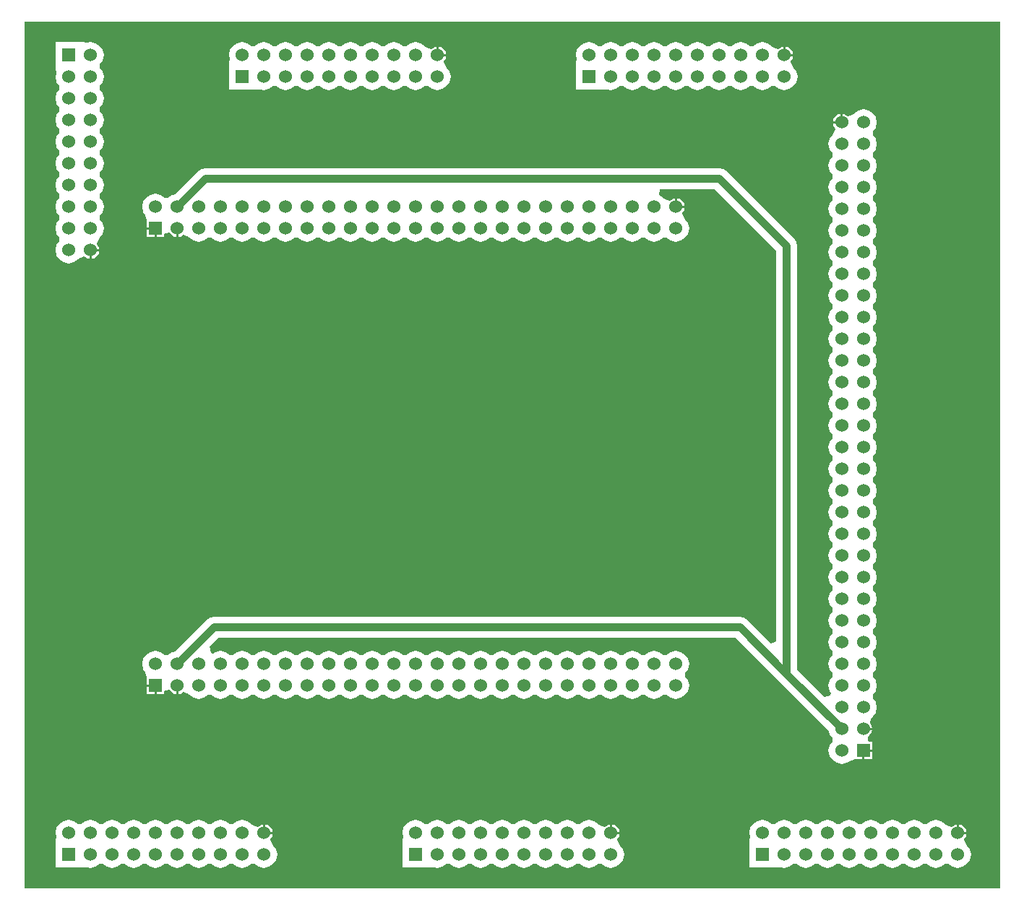
<source format=gtl>
G04 Layer_Physical_Order=1*
G04 Layer_Color=255*
%FSLAX25Y25*%
%MOIN*%
G70*
G01*
G75*
%ADD10C,0.03500*%
%ADD11C,0.01200*%
%ADD12R,0.06000X0.06000*%
%ADD13C,0.06000*%
%ADD14R,0.06000X0.06000*%
G36*
X550000Y100000D02*
X100000D01*
Y500000D01*
X550000D01*
Y100000D01*
D02*
G37*
%LPC*%
G36*
X520500Y131618D02*
X518159Y131152D01*
X516174Y129826D01*
X514826D01*
X512841Y131152D01*
X510500Y131618D01*
X508159Y131152D01*
X506174Y129826D01*
X504826D01*
X502841Y131152D01*
X500500Y131618D01*
X498159Y131152D01*
X496174Y129826D01*
X494826D01*
X492841Y131152D01*
X490500Y131618D01*
X488159Y131152D01*
X486174Y129826D01*
X484826D01*
X482841Y131152D01*
X480500Y131618D01*
X478159Y131152D01*
X476174Y129826D01*
X474826D01*
X472841Y131152D01*
X470500Y131618D01*
X468159Y131152D01*
X466174Y129826D01*
X464826D01*
X462841Y131152D01*
X460500Y131618D01*
X458159Y131152D01*
X456174Y129826D01*
X454826D01*
X452841Y131152D01*
X450500Y131618D01*
X448159Y131152D01*
X446174Y129826D01*
X444826D01*
X442841Y131152D01*
X440500Y131618D01*
X438159Y131152D01*
X436174Y129826D01*
X434848Y127841D01*
X434382Y125500D01*
X434681Y124000D01*
X434500Y121500D01*
X434500Y121500D01*
X434500Y121500D01*
Y109500D01*
X446500D01*
X446500Y109500D01*
X449000Y109681D01*
X450500Y109382D01*
X452841Y109848D01*
X454826Y111174D01*
X456174D01*
X458159Y109848D01*
X460500Y109382D01*
X462841Y109848D01*
X464826Y111174D01*
X466174D01*
X468159Y109848D01*
X470500Y109382D01*
X472841Y109848D01*
X474826Y111174D01*
X476174D01*
X478159Y109848D01*
X480500Y109382D01*
X482841Y109848D01*
X484826Y111174D01*
X486174D01*
X488159Y109848D01*
X490500Y109382D01*
X492841Y109848D01*
X494826Y111174D01*
X496174D01*
X498159Y109848D01*
X500500Y109382D01*
X502841Y109848D01*
X504826Y111174D01*
X506174D01*
X508159Y109848D01*
X510500Y109382D01*
X512841Y109848D01*
X514826Y111174D01*
X516174D01*
X518159Y109848D01*
X520500Y109382D01*
X522841Y109848D01*
X524826Y111174D01*
X526174D01*
X528159Y109848D01*
X530500Y109382D01*
X532841Y109848D01*
X534826Y111174D01*
X536152Y113159D01*
X536618Y115500D01*
X536152Y117841D01*
X534826Y119826D01*
X534267Y120199D01*
X533443Y122453D01*
X533823Y123274D01*
X534268Y123939D01*
X534479Y125000D01*
X530500D01*
Y125500D01*
X530000D01*
Y129479D01*
X528939Y129268D01*
X528274Y128823D01*
X527453Y128443D01*
X525199Y129267D01*
X524826Y129826D01*
X522841Y131152D01*
X520500Y131618D01*
D02*
G37*
G36*
X360500D02*
X358159Y131152D01*
X356174Y129826D01*
X354826D01*
X352841Y131152D01*
X350500Y131618D01*
X348159Y131152D01*
X346174Y129826D01*
X344826D01*
X342841Y131152D01*
X340500Y131618D01*
X338159Y131152D01*
X336174Y129826D01*
X334826D01*
X332841Y131152D01*
X330500Y131618D01*
X328159Y131152D01*
X326174Y129826D01*
X324826D01*
X322841Y131152D01*
X320500Y131618D01*
X318159Y131152D01*
X316174Y129826D01*
X314826D01*
X312841Y131152D01*
X310500Y131618D01*
X308159Y131152D01*
X306174Y129826D01*
X304826D01*
X302841Y131152D01*
X300500Y131618D01*
X298159Y131152D01*
X296174Y129826D01*
X294826D01*
X292841Y131152D01*
X290500Y131618D01*
X288159Y131152D01*
X286174Y129826D01*
X284826D01*
X282841Y131152D01*
X280500Y131618D01*
X278159Y131152D01*
X276174Y129826D01*
X274848Y127841D01*
X274382Y125500D01*
X274681Y124000D01*
X274500Y121500D01*
X274500Y121500D01*
X274500Y121500D01*
Y109500D01*
X286500D01*
X286500Y109500D01*
X289000Y109681D01*
X290500Y109382D01*
X292841Y109848D01*
X294826Y111174D01*
X296174D01*
X298159Y109848D01*
X300500Y109382D01*
X302841Y109848D01*
X304826Y111174D01*
X306174D01*
X308159Y109848D01*
X310500Y109382D01*
X312841Y109848D01*
X314826Y111174D01*
X316174D01*
X318159Y109848D01*
X320500Y109382D01*
X322841Y109848D01*
X324826Y111174D01*
X326174D01*
X328159Y109848D01*
X330500Y109382D01*
X332841Y109848D01*
X334826Y111174D01*
X336174D01*
X338159Y109848D01*
X340500Y109382D01*
X342841Y109848D01*
X344826Y111174D01*
X346174D01*
X348159Y109848D01*
X350500Y109382D01*
X352841Y109848D01*
X354826Y111174D01*
X356174D01*
X358159Y109848D01*
X360500Y109382D01*
X362841Y109848D01*
X364826Y111174D01*
X366174D01*
X368159Y109848D01*
X370500Y109382D01*
X372841Y109848D01*
X374826Y111174D01*
X376152Y113159D01*
X376618Y115500D01*
X376152Y117841D01*
X374826Y119826D01*
X374267Y120199D01*
X373443Y122453D01*
X373823Y123274D01*
X374268Y123939D01*
X374479Y125000D01*
X370500D01*
Y125500D01*
X370000D01*
Y129479D01*
X368939Y129268D01*
X368274Y128823D01*
X367453Y128443D01*
X365199Y129267D01*
X364826Y129826D01*
X362841Y131152D01*
X360500Y131618D01*
D02*
G37*
G36*
X160000Y193000D02*
X156500D01*
Y189500D01*
X160000D01*
Y193000D01*
D02*
G37*
G36*
X491000Y163000D02*
X487500D01*
Y159500D01*
X491000D01*
Y163000D01*
D02*
G37*
G36*
X371000Y129479D02*
Y126000D01*
X374479D01*
X374268Y127061D01*
X373384Y128384D01*
X372061Y129268D01*
X371000Y129479D01*
D02*
G37*
G36*
X211000D02*
Y126000D01*
X214479D01*
X214268Y127061D01*
X213384Y128384D01*
X212061Y129268D01*
X211000Y129479D01*
D02*
G37*
G36*
X200500Y131618D02*
X198159Y131152D01*
X196174Y129826D01*
X194826D01*
X192841Y131152D01*
X190500Y131618D01*
X188159Y131152D01*
X186174Y129826D01*
X184826D01*
X182841Y131152D01*
X180500Y131618D01*
X178159Y131152D01*
X176174Y129826D01*
X174826D01*
X172841Y131152D01*
X170500Y131618D01*
X168159Y131152D01*
X166174Y129826D01*
X164826D01*
X162841Y131152D01*
X160500Y131618D01*
X158159Y131152D01*
X156174Y129826D01*
X154826D01*
X152841Y131152D01*
X150500Y131618D01*
X148159Y131152D01*
X146174Y129826D01*
X144826D01*
X142841Y131152D01*
X140500Y131618D01*
X138159Y131152D01*
X136174Y129826D01*
X134826D01*
X132841Y131152D01*
X130500Y131618D01*
X128159Y131152D01*
X126174Y129826D01*
X124826D01*
X122841Y131152D01*
X120500Y131618D01*
X118159Y131152D01*
X116174Y129826D01*
X114848Y127841D01*
X114382Y125500D01*
X114681Y124000D01*
X114500Y121500D01*
X114500Y121500D01*
X114500Y121500D01*
Y109500D01*
X126500D01*
X126500Y109500D01*
X129000Y109681D01*
X130500Y109382D01*
X132841Y109848D01*
X134826Y111174D01*
X136174D01*
X138159Y109848D01*
X140500Y109382D01*
X142841Y109848D01*
X144826Y111174D01*
X146174D01*
X148159Y109848D01*
X150500Y109382D01*
X152841Y109848D01*
X154826Y111174D01*
X156174D01*
X158159Y109848D01*
X160500Y109382D01*
X162841Y109848D01*
X164826Y111174D01*
X166174D01*
X168159Y109848D01*
X170500Y109382D01*
X172841Y109848D01*
X174826Y111174D01*
X176174D01*
X178159Y109848D01*
X180500Y109382D01*
X182841Y109848D01*
X184826Y111174D01*
X186174D01*
X188159Y109848D01*
X190500Y109382D01*
X192841Y109848D01*
X194826Y111174D01*
X196174D01*
X198159Y109848D01*
X200500Y109382D01*
X202841Y109848D01*
X204826Y111174D01*
X206174D01*
X208159Y109848D01*
X210500Y109382D01*
X212841Y109848D01*
X214826Y111174D01*
X216152Y113159D01*
X216617Y115500D01*
X216152Y117841D01*
X214826Y119826D01*
X214267Y120199D01*
X213443Y122453D01*
X213823Y123274D01*
X214268Y123939D01*
X214479Y125000D01*
X210500D01*
Y125500D01*
X210000D01*
Y129479D01*
X208939Y129268D01*
X208274Y128823D01*
X207453Y128443D01*
X205199Y129267D01*
X204826Y129826D01*
X202841Y131152D01*
X200500Y131618D01*
D02*
G37*
G36*
X531000Y129479D02*
Y126000D01*
X534479D01*
X534268Y127061D01*
X533384Y128384D01*
X532061Y129268D01*
X531000Y129479D01*
D02*
G37*
G36*
X134479Y394000D02*
X131000D01*
Y390521D01*
X132061Y390732D01*
X133384Y391616D01*
X134268Y392939D01*
X134479Y394000D01*
D02*
G37*
G36*
X280500Y490618D02*
X278159Y490152D01*
X276174Y488826D01*
X274826D01*
X272841Y490152D01*
X270500Y490618D01*
X268159Y490152D01*
X266174Y488826D01*
X264826D01*
X262841Y490152D01*
X260500Y490618D01*
X258159Y490152D01*
X256174Y488826D01*
X254826D01*
X252841Y490152D01*
X250500Y490618D01*
X248159Y490152D01*
X246174Y488826D01*
X244826D01*
X242841Y490152D01*
X240500Y490618D01*
X238159Y490152D01*
X236174Y488826D01*
X234826D01*
X232841Y490152D01*
X230500Y490618D01*
X228159Y490152D01*
X226174Y488826D01*
X224826D01*
X222841Y490152D01*
X220500Y490618D01*
X218159Y490152D01*
X216174Y488826D01*
X214826D01*
X212841Y490152D01*
X210500Y490618D01*
X208159Y490152D01*
X206174Y488826D01*
X204826D01*
X202841Y490152D01*
X200500Y490618D01*
X198159Y490152D01*
X196174Y488826D01*
X194848Y486841D01*
X194382Y484500D01*
X194681Y483000D01*
X194500Y480500D01*
X194500Y480500D01*
X194500Y480500D01*
Y468500D01*
X206500D01*
X206500Y468500D01*
X209000Y468681D01*
X210500Y468382D01*
X212841Y468848D01*
X214826Y470174D01*
X216174D01*
X218159Y468848D01*
X220500Y468382D01*
X222841Y468848D01*
X224826Y470174D01*
X226174D01*
X228159Y468848D01*
X230500Y468382D01*
X232841Y468848D01*
X234826Y470174D01*
X236174D01*
X238159Y468848D01*
X240500Y468382D01*
X242841Y468848D01*
X244826Y470174D01*
X246174D01*
X248159Y468848D01*
X250500Y468382D01*
X252841Y468848D01*
X254826Y470174D01*
X256174D01*
X258159Y468848D01*
X260500Y468382D01*
X262841Y468848D01*
X264826Y470174D01*
X266174D01*
X268159Y468848D01*
X270500Y468382D01*
X272841Y468848D01*
X274826Y470174D01*
X276174D01*
X278159Y468848D01*
X280500Y468382D01*
X282841Y468848D01*
X284826Y470174D01*
X286174D01*
X288159Y468848D01*
X290500Y468382D01*
X292841Y468848D01*
X294826Y470174D01*
X296152Y472159D01*
X296618Y474500D01*
X296152Y476841D01*
X294826Y478826D01*
X294267Y479199D01*
X293443Y481453D01*
X293823Y482274D01*
X294268Y482939D01*
X294479Y484000D01*
X290500D01*
Y484500D01*
X290000D01*
Y488479D01*
X288939Y488268D01*
X288274Y487823D01*
X287453Y487443D01*
X285199Y488267D01*
X284826Y488826D01*
X282841Y490152D01*
X280500Y490618D01*
D02*
G37*
G36*
X451000Y488479D02*
Y485000D01*
X454479D01*
X454268Y486061D01*
X453384Y487384D01*
X452061Y488268D01*
X451000Y488479D01*
D02*
G37*
G36*
X130500Y490618D02*
X129000Y490319D01*
X126500Y490500D01*
X126500Y490500D01*
X126500Y490500D01*
X114500D01*
Y478500D01*
X114500Y478500D01*
X114681Y476000D01*
X114382Y474500D01*
X114848Y472159D01*
X116174Y470174D01*
Y468826D01*
X114848Y466841D01*
X114382Y464500D01*
X114848Y462159D01*
X116174Y460174D01*
Y458826D01*
X114848Y456841D01*
X114382Y454500D01*
X114848Y452159D01*
X116174Y450174D01*
Y448826D01*
X114848Y446841D01*
X114382Y444500D01*
X114848Y442159D01*
X116174Y440174D01*
Y438826D01*
X114848Y436841D01*
X114382Y434500D01*
X114848Y432159D01*
X116174Y430174D01*
Y428826D01*
X114848Y426841D01*
X114382Y424500D01*
X114848Y422159D01*
X116174Y420174D01*
Y418826D01*
X114848Y416841D01*
X114382Y414500D01*
X114848Y412159D01*
X116174Y410174D01*
Y408826D01*
X114848Y406841D01*
X114382Y404500D01*
X114848Y402159D01*
X116174Y400174D01*
Y398826D01*
X114848Y396841D01*
X114382Y394500D01*
X114848Y392159D01*
X116174Y390174D01*
X118159Y388848D01*
X120500Y388383D01*
X122841Y388848D01*
X124826Y390174D01*
X125199Y390733D01*
X127453Y391557D01*
X128274Y391177D01*
X128939Y390732D01*
X130000Y390521D01*
Y394500D01*
X130500D01*
Y395000D01*
X134479D01*
X134268Y396061D01*
X133823Y396726D01*
X133443Y397547D01*
X134267Y399801D01*
X134826Y400174D01*
X136152Y402159D01*
X136618Y404500D01*
X136152Y406841D01*
X134826Y408826D01*
Y410174D01*
X136152Y412159D01*
X136618Y414500D01*
X136152Y416841D01*
X134826Y418826D01*
Y420174D01*
X136152Y422159D01*
X136618Y424500D01*
X136152Y426841D01*
X134826Y428826D01*
Y430174D01*
X136152Y432159D01*
X136618Y434500D01*
X136152Y436841D01*
X134826Y438826D01*
Y440174D01*
X136152Y442159D01*
X136618Y444500D01*
X136152Y446841D01*
X134826Y448826D01*
Y450174D01*
X136152Y452159D01*
X136618Y454500D01*
X136152Y456841D01*
X134826Y458826D01*
Y460174D01*
X136152Y462159D01*
X136618Y464500D01*
X136152Y466841D01*
X134826Y468826D01*
Y470174D01*
X136152Y472159D01*
X136618Y474500D01*
X136152Y476841D01*
X134826Y478826D01*
Y480174D01*
X136152Y482159D01*
X136618Y484500D01*
X136152Y486841D01*
X134826Y488826D01*
X132841Y490152D01*
X130500Y490618D01*
D02*
G37*
G36*
X440500D02*
X438159Y490152D01*
X436174Y488826D01*
X434826D01*
X432841Y490152D01*
X430500Y490618D01*
X428159Y490152D01*
X426174Y488826D01*
X424826D01*
X422841Y490152D01*
X420500Y490618D01*
X418159Y490152D01*
X416174Y488826D01*
X414826D01*
X412841Y490152D01*
X410500Y490618D01*
X408159Y490152D01*
X406174Y488826D01*
X404826D01*
X402841Y490152D01*
X400500Y490618D01*
X398159Y490152D01*
X396174Y488826D01*
X394826D01*
X392841Y490152D01*
X390500Y490618D01*
X388159Y490152D01*
X386174Y488826D01*
X384826D01*
X382841Y490152D01*
X380500Y490618D01*
X378159Y490152D01*
X376174Y488826D01*
X374826D01*
X372841Y490152D01*
X370500Y490618D01*
X368159Y490152D01*
X366174Y488826D01*
X364826D01*
X362841Y490152D01*
X360500Y490618D01*
X358159Y490152D01*
X356174Y488826D01*
X354848Y486841D01*
X354382Y484500D01*
X354681Y483000D01*
X354500Y480500D01*
X354500Y480500D01*
X354500Y480500D01*
Y468500D01*
X366500D01*
X366500Y468500D01*
X369000Y468681D01*
X370500Y468382D01*
X372841Y468848D01*
X374826Y470174D01*
X376174D01*
X378159Y468848D01*
X380500Y468382D01*
X382841Y468848D01*
X384826Y470174D01*
X386174D01*
X388159Y468848D01*
X390500Y468382D01*
X392841Y468848D01*
X394826Y470174D01*
X396174D01*
X398159Y468848D01*
X400500Y468382D01*
X402841Y468848D01*
X404826Y470174D01*
X406174D01*
X408159Y468848D01*
X410500Y468382D01*
X412841Y468848D01*
X414826Y470174D01*
X416174D01*
X418159Y468848D01*
X420500Y468382D01*
X422841Y468848D01*
X424826Y470174D01*
X426174D01*
X428159Y468848D01*
X430500Y468382D01*
X432841Y468848D01*
X434826Y470174D01*
X436174D01*
X438159Y468848D01*
X440500Y468382D01*
X442841Y468848D01*
X444826Y470174D01*
X446174D01*
X448159Y468848D01*
X450500Y468382D01*
X452841Y468848D01*
X454826Y470174D01*
X456152Y472159D01*
X456618Y474500D01*
X456152Y476841D01*
X454826Y478826D01*
X454267Y479199D01*
X453443Y481453D01*
X453823Y482274D01*
X454268Y482939D01*
X454479Y484000D01*
X450500D01*
Y484500D01*
X450000D01*
Y488479D01*
X448939Y488268D01*
X448274Y487823D01*
X447453Y487443D01*
X445199Y488267D01*
X444826Y488826D01*
X442841Y490152D01*
X440500Y490618D01*
D02*
G37*
G36*
X291000Y488479D02*
Y485000D01*
X294479D01*
X294268Y486061D01*
X293384Y487384D01*
X292061Y488268D01*
X291000Y488479D01*
D02*
G37*
G36*
X401000Y418479D02*
Y415000D01*
X404479D01*
X404268Y416061D01*
X403384Y417384D01*
X402061Y418268D01*
X401000Y418479D01*
D02*
G37*
G36*
X160000Y404000D02*
X156500D01*
Y400500D01*
X160000D01*
Y404000D01*
D02*
G37*
G36*
X487000Y459618D02*
X484659Y459152D01*
X482674Y457826D01*
X482301Y457267D01*
X480047Y456443D01*
X479226Y456823D01*
X478561Y457268D01*
X477500Y457479D01*
Y453500D01*
X477000D01*
Y453000D01*
X473021D01*
X473232Y451939D01*
X473677Y451274D01*
X474057Y450453D01*
X473233Y448199D01*
X472674Y447826D01*
X471348Y445841D01*
X470882Y443500D01*
X471348Y441159D01*
X472674Y439174D01*
Y437826D01*
X471348Y435841D01*
X470882Y433500D01*
X471348Y431159D01*
X472674Y429174D01*
Y427826D01*
X471348Y425841D01*
X470882Y423500D01*
X471348Y421159D01*
X472674Y419174D01*
Y417826D01*
X471348Y415841D01*
X470882Y413500D01*
X471348Y411159D01*
X472674Y409174D01*
Y407826D01*
X471348Y405841D01*
X470882Y403500D01*
X471348Y401159D01*
X472674Y399174D01*
Y397826D01*
X471348Y395841D01*
X470882Y393500D01*
X471348Y391159D01*
X472674Y389174D01*
Y387826D01*
X471348Y385841D01*
X470882Y383500D01*
X471348Y381159D01*
X472674Y379174D01*
Y377826D01*
X471348Y375841D01*
X470882Y373500D01*
X471348Y371159D01*
X472674Y369174D01*
Y367826D01*
X471348Y365841D01*
X470882Y363500D01*
X471348Y361159D01*
X472674Y359174D01*
Y357826D01*
X471348Y355841D01*
X470882Y353500D01*
X471348Y351159D01*
X472674Y349174D01*
Y347826D01*
X471348Y345841D01*
X470882Y343500D01*
X471348Y341159D01*
X472674Y339174D01*
Y337826D01*
X471348Y335841D01*
X470882Y333500D01*
X471348Y331159D01*
X472674Y329174D01*
Y327826D01*
X471348Y325841D01*
X470882Y323500D01*
X471348Y321159D01*
X472674Y319174D01*
Y317826D01*
X471348Y315841D01*
X470882Y313500D01*
X471348Y311159D01*
X472674Y309174D01*
Y307826D01*
X471348Y305841D01*
X470882Y303500D01*
X471348Y301159D01*
X472674Y299174D01*
Y297826D01*
X471348Y295841D01*
X470882Y293500D01*
X471348Y291159D01*
X472674Y289174D01*
Y287826D01*
X471348Y285841D01*
X470882Y283500D01*
X471348Y281159D01*
X472674Y279174D01*
Y277826D01*
X471348Y275841D01*
X470882Y273500D01*
X471348Y271159D01*
X472674Y269174D01*
Y267826D01*
X471348Y265841D01*
X470882Y263500D01*
X471348Y261159D01*
X472674Y259174D01*
Y257826D01*
X471348Y255841D01*
X470882Y253500D01*
X471348Y251159D01*
X472674Y249174D01*
Y247826D01*
X471348Y245841D01*
X470882Y243500D01*
X471348Y241159D01*
X472674Y239174D01*
Y237826D01*
X471348Y235841D01*
X470882Y233500D01*
X471348Y231159D01*
X472674Y229174D01*
Y227826D01*
X471348Y225841D01*
X470882Y223500D01*
X471348Y221159D01*
X472674Y219174D01*
Y217826D01*
X471348Y215841D01*
X470882Y213500D01*
X471348Y211159D01*
X472674Y209174D01*
Y207826D01*
X471348Y205841D01*
X470882Y203500D01*
X471348Y201159D01*
X472674Y199174D01*
Y197826D01*
X471348Y195841D01*
X470882Y193500D01*
X471348Y191159D01*
X472146Y189964D01*
X471743Y188976D01*
X468918Y188431D01*
X456343Y201006D01*
Y396500D01*
X455974Y398353D01*
X454925Y399925D01*
X423925Y430925D01*
X422353Y431974D01*
X420500Y432343D01*
X183500D01*
X181647Y431974D01*
X180075Y430925D01*
X169587Y420436D01*
X168159Y420152D01*
X166174Y418826D01*
X164826D01*
X162841Y420152D01*
X160500Y420618D01*
X158159Y420152D01*
X156174Y418826D01*
X154848Y416841D01*
X154382Y414500D01*
X154848Y412159D01*
X155813Y410715D01*
X156500Y408500D01*
X156500Y408500D01*
X156500D01*
X156500Y408500D01*
Y405000D01*
X160500D01*
Y404500D01*
X161000D01*
Y400500D01*
X164500D01*
Y402122D01*
X165213Y402383D01*
X167000Y402538D01*
X167616Y401616D01*
X168939Y400732D01*
X170000Y400521D01*
Y404500D01*
X171000D01*
Y400521D01*
X172061Y400732D01*
X172726Y401177D01*
X173547Y401557D01*
X175801Y400733D01*
X176174Y400174D01*
X178159Y398848D01*
X180500Y398382D01*
X182841Y398848D01*
X184826Y400174D01*
X186174D01*
X188159Y398848D01*
X190500Y398382D01*
X192841Y398848D01*
X194826Y400174D01*
X196174D01*
X198159Y398848D01*
X200500Y398382D01*
X202841Y398848D01*
X204826Y400174D01*
X206174D01*
X208159Y398848D01*
X210500Y398382D01*
X212841Y398848D01*
X214826Y400174D01*
X216174D01*
X218159Y398848D01*
X220500Y398382D01*
X222841Y398848D01*
X224826Y400174D01*
X226174D01*
X228159Y398848D01*
X230500Y398382D01*
X232841Y398848D01*
X234826Y400174D01*
X236174D01*
X238159Y398848D01*
X240500Y398382D01*
X242841Y398848D01*
X244826Y400174D01*
X246174D01*
X248159Y398848D01*
X250500Y398382D01*
X252841Y398848D01*
X254826Y400174D01*
X256174D01*
X258159Y398848D01*
X260500Y398382D01*
X262841Y398848D01*
X264826Y400174D01*
X266174D01*
X268159Y398848D01*
X270500Y398382D01*
X272841Y398848D01*
X274826Y400174D01*
X276174D01*
X278159Y398848D01*
X280500Y398382D01*
X282841Y398848D01*
X284826Y400174D01*
X286174D01*
X288159Y398848D01*
X290500Y398382D01*
X292841Y398848D01*
X294826Y400174D01*
X296174D01*
X298159Y398848D01*
X300500Y398382D01*
X302841Y398848D01*
X304826Y400174D01*
X306174D01*
X308159Y398848D01*
X310500Y398382D01*
X312841Y398848D01*
X314826Y400174D01*
X316174D01*
X318159Y398848D01*
X320500Y398382D01*
X322841Y398848D01*
X324826Y400174D01*
X326174D01*
X328159Y398848D01*
X330500Y398382D01*
X332841Y398848D01*
X334826Y400174D01*
X336174D01*
X338159Y398848D01*
X340500Y398382D01*
X342841Y398848D01*
X344826Y400174D01*
X346174D01*
X348159Y398848D01*
X350500Y398382D01*
X352841Y398848D01*
X354826Y400174D01*
X356174D01*
X358159Y398848D01*
X360500Y398382D01*
X362841Y398848D01*
X364826Y400174D01*
X366174D01*
X368159Y398848D01*
X370500Y398382D01*
X372841Y398848D01*
X374826Y400174D01*
X376174D01*
X378159Y398848D01*
X380500Y398382D01*
X382841Y398848D01*
X384826Y400174D01*
X386174D01*
X388159Y398848D01*
X390500Y398382D01*
X392841Y398848D01*
X394826Y400174D01*
X396174D01*
X398159Y398848D01*
X400500Y398382D01*
X402841Y398848D01*
X404826Y400174D01*
X406152Y402159D01*
X406617Y404500D01*
X406152Y406841D01*
X404826Y408826D01*
X404267Y409199D01*
X403443Y411453D01*
X403823Y412274D01*
X404268Y412939D01*
X404479Y414000D01*
X400500D01*
Y414500D01*
X400000D01*
Y418479D01*
X398939Y418268D01*
X398274Y417823D01*
X397453Y417443D01*
X395199Y418267D01*
X394826Y418826D01*
X392841Y420152D01*
X392816Y420157D01*
X393062Y422657D01*
X418494D01*
X446657Y394494D01*
Y213959D01*
X444347Y213002D01*
X433425Y223925D01*
X431853Y224974D01*
X430000Y225343D01*
X187500D01*
X185647Y224974D01*
X184075Y223925D01*
X169587Y209436D01*
X168159Y209152D01*
X166174Y207826D01*
X164826D01*
X162841Y209152D01*
X160500Y209617D01*
X158159Y209152D01*
X156174Y207826D01*
X154848Y205841D01*
X154382Y203500D01*
X154848Y201159D01*
X155813Y199715D01*
X156500Y197500D01*
X156500Y197500D01*
X156500D01*
X156500Y197500D01*
Y194000D01*
X160500D01*
Y193500D01*
X161000D01*
Y189500D01*
X164500D01*
Y191122D01*
X165213Y191383D01*
X167000Y191538D01*
X167616Y190616D01*
X168939Y189732D01*
X170000Y189521D01*
Y193500D01*
X171000D01*
Y189521D01*
X172061Y189732D01*
X172726Y190177D01*
X173547Y190557D01*
X175801Y189733D01*
X176174Y189174D01*
X178159Y187848D01*
X180500Y187382D01*
X182841Y187848D01*
X184826Y189174D01*
X186174D01*
X188159Y187848D01*
X190500Y187382D01*
X192841Y187848D01*
X194826Y189174D01*
X196174D01*
X198159Y187848D01*
X200500Y187382D01*
X202841Y187848D01*
X204826Y189174D01*
X206174D01*
X208159Y187848D01*
X210500Y187382D01*
X212841Y187848D01*
X214826Y189174D01*
X216174D01*
X218159Y187848D01*
X220500Y187382D01*
X222841Y187848D01*
X224826Y189174D01*
X226174D01*
X228159Y187848D01*
X230500Y187382D01*
X232841Y187848D01*
X234826Y189174D01*
X236174D01*
X238159Y187848D01*
X240500Y187382D01*
X242841Y187848D01*
X244826Y189174D01*
X246174D01*
X248159Y187848D01*
X250500Y187382D01*
X252841Y187848D01*
X254826Y189174D01*
X256174D01*
X258159Y187848D01*
X260500Y187382D01*
X262841Y187848D01*
X264826Y189174D01*
X266174D01*
X268159Y187848D01*
X270500Y187382D01*
X272841Y187848D01*
X274826Y189174D01*
X276174D01*
X278159Y187848D01*
X280500Y187382D01*
X282841Y187848D01*
X284826Y189174D01*
X286174D01*
X288159Y187848D01*
X290500Y187382D01*
X292841Y187848D01*
X294826Y189174D01*
X296174D01*
X298159Y187848D01*
X300500Y187382D01*
X302841Y187848D01*
X304826Y189174D01*
X306174D01*
X308159Y187848D01*
X310500Y187382D01*
X312841Y187848D01*
X314826Y189174D01*
X316174D01*
X318159Y187848D01*
X320500Y187382D01*
X322841Y187848D01*
X324826Y189174D01*
X326174D01*
X328159Y187848D01*
X330500Y187382D01*
X332841Y187848D01*
X334826Y189174D01*
X336174D01*
X338159Y187848D01*
X340500Y187382D01*
X342841Y187848D01*
X344826Y189174D01*
X346174D01*
X348159Y187848D01*
X350500Y187382D01*
X352841Y187848D01*
X354826Y189174D01*
X356174D01*
X358159Y187848D01*
X360500Y187382D01*
X362841Y187848D01*
X364826Y189174D01*
X366174D01*
X368159Y187848D01*
X370500Y187382D01*
X372841Y187848D01*
X374826Y189174D01*
X376174D01*
X378159Y187848D01*
X380500Y187382D01*
X382841Y187848D01*
X384826Y189174D01*
X386174D01*
X388159Y187848D01*
X390500Y187382D01*
X392841Y187848D01*
X394826Y189174D01*
X396174D01*
X398159Y187848D01*
X400500Y187382D01*
X402841Y187848D01*
X404826Y189174D01*
X406152Y191159D01*
X406617Y193500D01*
X406152Y195841D01*
X404826Y197826D01*
Y199174D01*
X406152Y201159D01*
X406617Y203500D01*
X406152Y205841D01*
X404826Y207826D01*
X402841Y209152D01*
X400500Y209617D01*
X398159Y209152D01*
X396174Y207826D01*
X394826D01*
X392841Y209152D01*
X390500Y209617D01*
X388159Y209152D01*
X386174Y207826D01*
X384826D01*
X382841Y209152D01*
X380500Y209617D01*
X378159Y209152D01*
X376174Y207826D01*
X374826D01*
X372841Y209152D01*
X370500Y209617D01*
X368159Y209152D01*
X366174Y207826D01*
X364826D01*
X362841Y209152D01*
X360500Y209617D01*
X358159Y209152D01*
X356174Y207826D01*
X354826D01*
X352841Y209152D01*
X350500Y209617D01*
X348159Y209152D01*
X346174Y207826D01*
X344826D01*
X342841Y209152D01*
X340500Y209617D01*
X338159Y209152D01*
X336174Y207826D01*
X334826D01*
X332841Y209152D01*
X330500Y209617D01*
X328159Y209152D01*
X326174Y207826D01*
X324826D01*
X322841Y209152D01*
X320500Y209617D01*
X318159Y209152D01*
X316174Y207826D01*
X314826D01*
X312841Y209152D01*
X310500Y209617D01*
X308159Y209152D01*
X306174Y207826D01*
X304826D01*
X302841Y209152D01*
X300500Y209617D01*
X298159Y209152D01*
X296174Y207826D01*
X294826D01*
X292841Y209152D01*
X290500Y209617D01*
X288159Y209152D01*
X286174Y207826D01*
X284826D01*
X282841Y209152D01*
X280500Y209617D01*
X278159Y209152D01*
X276174Y207826D01*
X274826D01*
X272841Y209152D01*
X270500Y209617D01*
X268159Y209152D01*
X266174Y207826D01*
X264826D01*
X262841Y209152D01*
X260500Y209617D01*
X258159Y209152D01*
X256174Y207826D01*
X254826D01*
X252841Y209152D01*
X250500Y209617D01*
X248159Y209152D01*
X246174Y207826D01*
X244826D01*
X242841Y209152D01*
X240500Y209617D01*
X238159Y209152D01*
X236174Y207826D01*
X234826D01*
X232841Y209152D01*
X230500Y209617D01*
X228159Y209152D01*
X226174Y207826D01*
X224826D01*
X222841Y209152D01*
X220500Y209617D01*
X218159Y209152D01*
X216174Y207826D01*
X214826D01*
X212841Y209152D01*
X210500Y209617D01*
X208159Y209152D01*
X206174Y207826D01*
X204826D01*
X202841Y209152D01*
X200500Y209617D01*
X198159Y209152D01*
X196174Y207826D01*
X194826D01*
X192841Y209152D01*
X190500Y209617D01*
X188159Y209152D01*
X187047Y208409D01*
X186135Y208750D01*
X185504Y211655D01*
X189506Y215657D01*
X427994D01*
X448075Y195575D01*
X471064Y172587D01*
X471348Y171159D01*
X472674Y169174D01*
Y167826D01*
X471348Y165841D01*
X470882Y163500D01*
X471348Y161159D01*
X472674Y159174D01*
X474659Y157848D01*
X477000Y157382D01*
X479341Y157848D01*
X480785Y158813D01*
X483000Y159500D01*
X483000Y159500D01*
Y159500D01*
X483000Y159500D01*
X486500D01*
Y163500D01*
X487000D01*
Y164000D01*
X491000D01*
Y167500D01*
X489377D01*
X489117Y168213D01*
X488962Y170000D01*
X489884Y170616D01*
X490768Y171939D01*
X490979Y173000D01*
X487000D01*
Y174000D01*
X490979D01*
X490768Y175061D01*
X490323Y175726D01*
X489943Y176547D01*
X490767Y178801D01*
X491326Y179174D01*
X492652Y181159D01*
X493118Y183500D01*
X492652Y185841D01*
X491326Y187826D01*
Y189174D01*
X492652Y191159D01*
X493118Y193500D01*
X492652Y195841D01*
X491326Y197826D01*
Y199174D01*
X492652Y201159D01*
X493118Y203500D01*
X492652Y205841D01*
X491326Y207826D01*
Y209174D01*
X492652Y211159D01*
X493118Y213500D01*
X492652Y215841D01*
X491326Y217826D01*
Y219174D01*
X492652Y221159D01*
X493118Y223500D01*
X492652Y225841D01*
X491326Y227826D01*
Y229174D01*
X492652Y231159D01*
X493118Y233500D01*
X492652Y235841D01*
X491326Y237826D01*
Y239174D01*
X492652Y241159D01*
X493118Y243500D01*
X492652Y245841D01*
X491326Y247826D01*
Y249174D01*
X492652Y251159D01*
X493118Y253500D01*
X492652Y255841D01*
X491326Y257826D01*
Y259174D01*
X492652Y261159D01*
X493118Y263500D01*
X492652Y265841D01*
X491326Y267826D01*
Y269174D01*
X492652Y271159D01*
X493118Y273500D01*
X492652Y275841D01*
X491326Y277826D01*
Y279174D01*
X492652Y281159D01*
X493118Y283500D01*
X492652Y285841D01*
X491326Y287826D01*
Y289174D01*
X492652Y291159D01*
X493118Y293500D01*
X492652Y295841D01*
X491326Y297826D01*
Y299174D01*
X492652Y301159D01*
X493118Y303500D01*
X492652Y305841D01*
X491326Y307826D01*
Y309174D01*
X492652Y311159D01*
X493118Y313500D01*
X492652Y315841D01*
X491326Y317826D01*
Y319174D01*
X492652Y321159D01*
X493118Y323500D01*
X492652Y325841D01*
X491326Y327826D01*
Y329174D01*
X492652Y331159D01*
X493118Y333500D01*
X492652Y335841D01*
X491326Y337826D01*
Y339174D01*
X492652Y341159D01*
X493118Y343500D01*
X492652Y345841D01*
X491326Y347826D01*
Y349174D01*
X492652Y351159D01*
X493118Y353500D01*
X492652Y355841D01*
X491326Y357826D01*
Y359174D01*
X492652Y361159D01*
X493118Y363500D01*
X492652Y365841D01*
X491326Y367826D01*
Y369174D01*
X492652Y371159D01*
X493118Y373500D01*
X492652Y375841D01*
X491326Y377826D01*
Y379174D01*
X492652Y381159D01*
X493118Y383500D01*
X492652Y385841D01*
X491326Y387826D01*
Y389174D01*
X492652Y391159D01*
X493118Y393500D01*
X492652Y395841D01*
X491326Y397826D01*
Y399174D01*
X492652Y401159D01*
X493118Y403500D01*
X492652Y405841D01*
X491326Y407826D01*
Y409174D01*
X492652Y411159D01*
X493118Y413500D01*
X492652Y415841D01*
X491326Y417826D01*
Y419174D01*
X492652Y421159D01*
X493118Y423500D01*
X492652Y425841D01*
X491326Y427826D01*
Y429174D01*
X492652Y431159D01*
X493118Y433500D01*
X492652Y435841D01*
X491326Y437826D01*
Y439174D01*
X492652Y441159D01*
X493118Y443500D01*
X492652Y445841D01*
X491326Y447826D01*
Y449174D01*
X492652Y451159D01*
X493118Y453500D01*
X492652Y455841D01*
X491326Y457826D01*
X489341Y459152D01*
X487000Y459618D01*
D02*
G37*
G36*
X476500Y457479D02*
X475439Y457268D01*
X474116Y456384D01*
X473232Y455061D01*
X473021Y454000D01*
X476500D01*
Y457479D01*
D02*
G37*
%LPD*%
D10*
X451500Y199000D02*
X477000Y173500D01*
X451500Y199000D02*
Y396500D01*
X420500Y427500D02*
X451500Y396500D01*
X183500Y427500D02*
X420500D01*
X170500Y414500D02*
X183500Y427500D01*
X430000Y220500D02*
X451500Y199000D01*
X170500Y203500D02*
X187500Y220500D01*
X430000D01*
D11*
X170500Y414500D02*
X171500D01*
D12*
X487000Y163500D02*
D03*
X120500Y484500D02*
D03*
D13*
X477000Y163500D02*
D03*
X487000Y173500D02*
D03*
X477000D02*
D03*
X487000Y183500D02*
D03*
X477000D02*
D03*
X487000Y193500D02*
D03*
X477000D02*
D03*
X487000Y203500D02*
D03*
X477000D02*
D03*
X487000Y213500D02*
D03*
X477000D02*
D03*
X487000Y223500D02*
D03*
X477000D02*
D03*
X487000Y233500D02*
D03*
X477000D02*
D03*
X487000Y243500D02*
D03*
X477000D02*
D03*
X487000Y253500D02*
D03*
X477000D02*
D03*
X487000Y263500D02*
D03*
X477000D02*
D03*
X487000Y273500D02*
D03*
X477000D02*
D03*
X487000Y283500D02*
D03*
X477000D02*
D03*
X487000Y293500D02*
D03*
X477000D02*
D03*
X487000Y303500D02*
D03*
X477000D02*
D03*
X487000Y313500D02*
D03*
X477000D02*
D03*
X487000Y323500D02*
D03*
X477000D02*
D03*
X487000Y333500D02*
D03*
X477000D02*
D03*
X487000Y343500D02*
D03*
X477000D02*
D03*
X487000Y353500D02*
D03*
X477000D02*
D03*
X487000Y363500D02*
D03*
X477000D02*
D03*
X487000Y373500D02*
D03*
X477000D02*
D03*
X487000Y383500D02*
D03*
X477000D02*
D03*
X487000Y393500D02*
D03*
X477000D02*
D03*
X487000Y403500D02*
D03*
X477000D02*
D03*
X487000Y413500D02*
D03*
X477000D02*
D03*
X487000Y423500D02*
D03*
X477000D02*
D03*
X487000Y433500D02*
D03*
X477000D02*
D03*
X487000Y443500D02*
D03*
X477000D02*
D03*
X487000Y453500D02*
D03*
X477000D02*
D03*
X400500Y203500D02*
D03*
Y193500D02*
D03*
X390500Y203500D02*
D03*
Y193500D02*
D03*
X380500Y203500D02*
D03*
Y193500D02*
D03*
X370500Y203500D02*
D03*
Y193500D02*
D03*
X360500Y203500D02*
D03*
Y193500D02*
D03*
X350500Y203500D02*
D03*
Y193500D02*
D03*
X340500Y203500D02*
D03*
Y193500D02*
D03*
X330500Y203500D02*
D03*
Y193500D02*
D03*
X320500Y203500D02*
D03*
Y193500D02*
D03*
X310500Y203500D02*
D03*
Y193500D02*
D03*
X300500Y203500D02*
D03*
Y193500D02*
D03*
X290500Y203500D02*
D03*
Y193500D02*
D03*
X280500Y203500D02*
D03*
Y193500D02*
D03*
X270500Y203500D02*
D03*
Y193500D02*
D03*
X260500Y203500D02*
D03*
Y193500D02*
D03*
X250500Y203500D02*
D03*
Y193500D02*
D03*
X240500Y203500D02*
D03*
Y193500D02*
D03*
X230500Y203500D02*
D03*
Y193500D02*
D03*
X220500Y203500D02*
D03*
Y193500D02*
D03*
X210500Y203500D02*
D03*
Y193500D02*
D03*
X200500Y203500D02*
D03*
Y193500D02*
D03*
X190500Y203500D02*
D03*
Y193500D02*
D03*
X180500Y203500D02*
D03*
Y193500D02*
D03*
X170500Y203500D02*
D03*
Y193500D02*
D03*
X160500Y203500D02*
D03*
X400500Y414500D02*
D03*
Y404500D02*
D03*
X390500Y414500D02*
D03*
Y404500D02*
D03*
X380500Y414500D02*
D03*
Y404500D02*
D03*
X370500Y414500D02*
D03*
Y404500D02*
D03*
X360500Y414500D02*
D03*
Y404500D02*
D03*
X350500Y414500D02*
D03*
Y404500D02*
D03*
X340500Y414500D02*
D03*
Y404500D02*
D03*
X330500Y414500D02*
D03*
Y404500D02*
D03*
X320500Y414500D02*
D03*
Y404500D02*
D03*
X310500Y414500D02*
D03*
Y404500D02*
D03*
X300500Y414500D02*
D03*
Y404500D02*
D03*
X290500Y414500D02*
D03*
Y404500D02*
D03*
X280500Y414500D02*
D03*
Y404500D02*
D03*
X270500Y414500D02*
D03*
Y404500D02*
D03*
X260500Y414500D02*
D03*
Y404500D02*
D03*
X250500Y414500D02*
D03*
Y404500D02*
D03*
X240500Y414500D02*
D03*
Y404500D02*
D03*
X230500Y414500D02*
D03*
Y404500D02*
D03*
X220500Y414500D02*
D03*
Y404500D02*
D03*
X210500Y414500D02*
D03*
Y404500D02*
D03*
X200500Y414500D02*
D03*
Y404500D02*
D03*
X190500Y414500D02*
D03*
Y404500D02*
D03*
X180500Y414500D02*
D03*
Y404500D02*
D03*
X170500Y414500D02*
D03*
Y404500D02*
D03*
X160500Y414500D02*
D03*
X120500Y125500D02*
D03*
X130500Y115500D02*
D03*
Y125500D02*
D03*
X140500Y115500D02*
D03*
Y125500D02*
D03*
X150500Y115500D02*
D03*
Y125500D02*
D03*
X160500Y115500D02*
D03*
Y125500D02*
D03*
X170500Y115500D02*
D03*
Y125500D02*
D03*
X180500Y115500D02*
D03*
Y125500D02*
D03*
X190500Y115500D02*
D03*
Y125500D02*
D03*
X200500Y115500D02*
D03*
Y125500D02*
D03*
X210500Y115500D02*
D03*
Y125500D02*
D03*
X280500D02*
D03*
X290500Y115500D02*
D03*
Y125500D02*
D03*
X300500Y115500D02*
D03*
Y125500D02*
D03*
X310500Y115500D02*
D03*
Y125500D02*
D03*
X320500Y115500D02*
D03*
Y125500D02*
D03*
X330500Y115500D02*
D03*
Y125500D02*
D03*
X340500Y115500D02*
D03*
Y125500D02*
D03*
X350500Y115500D02*
D03*
Y125500D02*
D03*
X360500Y115500D02*
D03*
Y125500D02*
D03*
X370500Y115500D02*
D03*
Y125500D02*
D03*
X440500D02*
D03*
X450500Y115500D02*
D03*
Y125500D02*
D03*
X460500Y115500D02*
D03*
Y125500D02*
D03*
X470500Y115500D02*
D03*
Y125500D02*
D03*
X480500Y115500D02*
D03*
Y125500D02*
D03*
X490500Y115500D02*
D03*
Y125500D02*
D03*
X500500Y115500D02*
D03*
Y125500D02*
D03*
X510500Y115500D02*
D03*
Y125500D02*
D03*
X520500Y115500D02*
D03*
Y125500D02*
D03*
X530500Y115500D02*
D03*
Y125500D02*
D03*
X130500Y484500D02*
D03*
X120500Y474500D02*
D03*
X130500D02*
D03*
X120500Y464500D02*
D03*
X130500D02*
D03*
X120500Y454500D02*
D03*
X130500D02*
D03*
X120500Y444500D02*
D03*
X130500D02*
D03*
X120500Y434500D02*
D03*
X130500D02*
D03*
X120500Y424500D02*
D03*
X130500D02*
D03*
X120500Y414500D02*
D03*
X130500D02*
D03*
X120500Y404500D02*
D03*
X130500D02*
D03*
X120500Y394500D02*
D03*
X130500D02*
D03*
X200500Y484500D02*
D03*
X210500Y474500D02*
D03*
Y484500D02*
D03*
X220500Y474500D02*
D03*
Y484500D02*
D03*
X230500Y474500D02*
D03*
Y484500D02*
D03*
X240500Y474500D02*
D03*
Y484500D02*
D03*
X250500Y474500D02*
D03*
Y484500D02*
D03*
X260500Y474500D02*
D03*
Y484500D02*
D03*
X270500Y474500D02*
D03*
Y484500D02*
D03*
X280500Y474500D02*
D03*
Y484500D02*
D03*
X290500Y474500D02*
D03*
Y484500D02*
D03*
X360500D02*
D03*
X370500Y474500D02*
D03*
Y484500D02*
D03*
X380500Y474500D02*
D03*
Y484500D02*
D03*
X390500Y474500D02*
D03*
Y484500D02*
D03*
X400500Y474500D02*
D03*
Y484500D02*
D03*
X410500Y474500D02*
D03*
Y484500D02*
D03*
X420500Y474500D02*
D03*
Y484500D02*
D03*
X430500Y474500D02*
D03*
Y484500D02*
D03*
X440500Y474500D02*
D03*
Y484500D02*
D03*
X450500Y474500D02*
D03*
Y484500D02*
D03*
D14*
X160500Y193500D02*
D03*
Y404500D02*
D03*
X120500Y115500D02*
D03*
X280500D02*
D03*
X440500D02*
D03*
X200500Y474500D02*
D03*
X360500D02*
D03*
M02*

</source>
